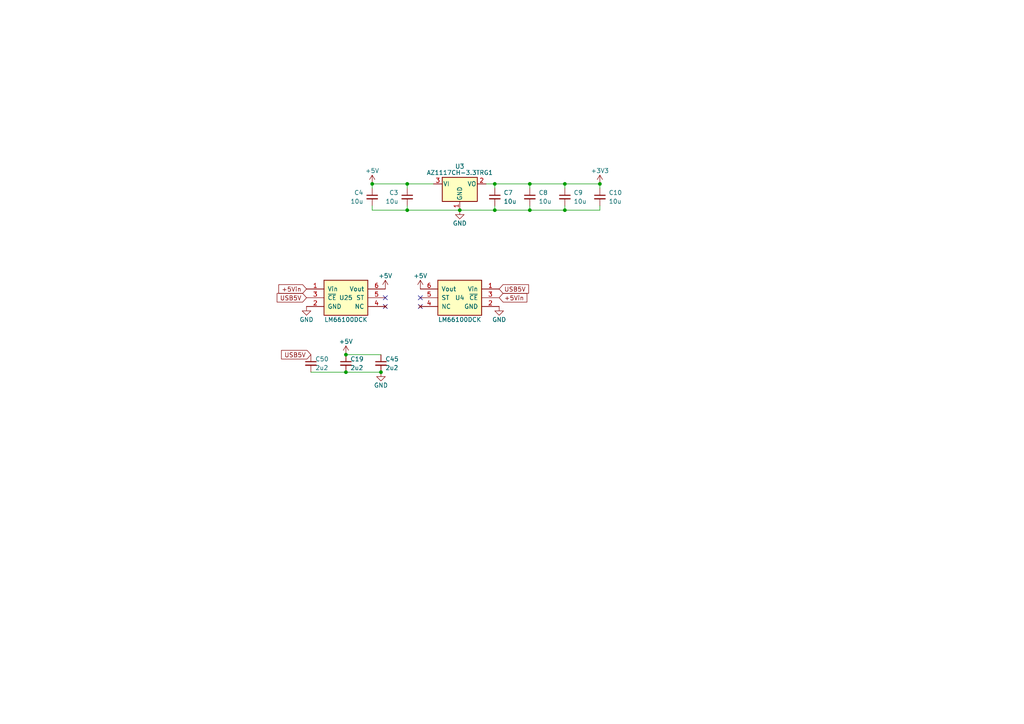
<source format=kicad_sch>
(kicad_sch (version 20231120) (generator "eeschema") (generator_version "8.0")
  (paper "A4")
  (title_block (title "WarpSE (GW4410A)") (date "2024-04-23") (rev "1.0") (company "Garrett's Workshop"))
  (lib_symbols
    (symbol "Device:C_Small" (pin_numbers hide) (pin_names (offset 0.254) hide)
      (property "Reference" "C" (at 0.254 1.778 0))
      (property "Value" "C_Small" (at 0.254 -2.032 0))
      (symbol "C_Small_0_1"
        (polyline (pts (xy -1.524 -0.508) (xy 1.524 -0.508)) (stroke (width 0.3302)))
        (polyline (pts (xy -1.524 0.508) (xy 1.524 0.508)) (stroke (width 0.3048)))
      )
      (symbol "C_Small_1_1"
        (pin passive line (at 0 2.54 270) (length 2.032) (name "~") (number "1"))
        (pin passive line (at 0 -2.54 90) (length 2.032) (name "~") (number "2"))
      )
    )
    (symbol "GW_Power:LM66100DCK" (pin_names (offset 1.016))
      (property "Reference" "U" (at 0 6.35 0))
      (property "Value" "LM66100DCK" (at 0 -6.35 0))
      (property "Footprint" "stdpads:SOT-353" (at 0 -7.62 0))
      (symbol "LM66100DCK_0_1"
        (rectangle (start -6.35 5.08) (end 6.35 -5.08) (stroke (width 0.254)) (fill (type background)))
      )
      (symbol "LM66100DCK_1_1"
        (pin power_in line (at -11.43 2.54 0) (length 5.08) (name "Vin") (number "1"))
        (pin power_in line (at -11.43 -2.54 0) (length 5.08) (name "GND") (number "2"))
        (pin input line (at -11.43 0 0) (length 5.08) (name "~{CE}") (number "3"))
        (pin no_connect line (at 11.43 -2.54 180) (length 5.08) (name "NC") (number "4"))
        (pin output line (at 11.43 0 180) (length 5.08) (name "ST") (number "5"))
        (pin power_out line (at 11.43 2.54 180) (length 5.08) (name "Vout") (number "6"))
      )
    )
    (symbol "Regulator_Linear:AP1117-33" (pin_names (offset 0.254))
      (property "Reference" "U" (at -3.81 3.175 0))
      (property "Value" "AP1117-33" (at 0 3.175 0))
      (symbol "AP1117-33_0_1"
        (rectangle (start -5.08 -5.08) (end 5.08 1.905) (stroke (width 0.254)) (fill (type background)))
      )
      (symbol "AP1117-33_1_1"
        (pin power_in line (at 0 -7.62 90) (length 2.54) (name "GND") (number "1"))
        (pin power_out line (at 7.62 0 180) (length 2.54) (name "VO") (number "2"))
        (pin power_in line (at -7.62 0 0) (length 2.54) (name "VI") (number "3"))
      )
    )
    (symbol "power:+3V3" (power) (pin_names (offset 0))
      (property "Value" "+3V3" (at 0 3.556 0))
      (symbol "+3V3_0_1"
        (polyline (pts (xy -0.762 1.27) (xy 0 2.54)))
        (polyline (pts (xy 0 0) (xy 0 2.54)))
        (polyline (pts (xy 0 2.54) (xy 0.762 1.27)))
      )
      (symbol "+3V3_1_1"
        (pin power_in line (at 0 0 90) (length 0) hide (name "+3V3") (number "1"))
      )
    )
    (symbol "power:+5V" (power) (pin_names (offset 0))
      (property "Value" "+5V" (at 0 3.556 0))
      (symbol "+5V_0_1"
        (polyline (pts (xy -0.762 1.27) (xy 0 2.54)))
        (polyline (pts (xy 0 0) (xy 0 2.54)))
        (polyline (pts (xy 0 2.54) (xy 0.762 1.27)))
      )
      (symbol "+5V_1_1"
        (pin power_in line (at 0 0 90) (length 0) hide (name "+5V") (number "1"))
      )
    )
    (symbol "power:GND" (power) (pin_names (offset 0))
      (property "Value" "GND" (at 0 -3.81 0))
      (symbol "GND_0_1"
        (polyline (pts (xy 0 0) (xy 0 -1.27) (xy 1.27 -1.27) (xy 0 -2.54) (xy -1.27 -1.27) (xy 0 -1.27)))
      )
      (symbol "GND_1_1"
        (pin power_in line (at 0 0 270) (length 0) hide (name "GND") (number "1"))
      )
    )
  )
  (junction (at 100.33 102.87))
  (junction (at 153.67 60.96))
  (junction (at 133.35 60.96))
  (junction (at 163.83 60.96))
  (junction (at 118.11 60.96))
  (junction (at 153.67 53.34))
  (junction (at 100.33 107.95))
  (junction (at 143.51 53.34))
  (junction (at 107.95 53.34))
  (junction (at 118.11 53.34))
  (junction (at 173.99 53.34))
  (junction (at 163.83 53.34))
  (junction (at 143.51 60.96))
  (junction (at 110.49 107.95))
  (no_connect (at 121.92 88.9))
  (no_connect (at 111.76 86.36))
  (no_connect (at 121.92 86.36))
  (no_connect (at 111.76 88.9))
  (wire (pts (xy 163.83 53.34) (xy 173.99 53.34)))
  (wire (pts (xy 163.83 60.96) (xy 153.67 60.96)))
  (wire (pts (xy 133.35 60.96) (xy 143.51 60.96)))
  (wire (pts (xy 153.67 53.34) (xy 163.83 53.34)))
  (wire (pts (xy 118.11 53.34) (xy 107.95 53.34)))
  (wire (pts (xy 118.11 53.34) (xy 125.73 53.34)))
  (wire (pts (xy 107.95 60.96) (xy 118.11 60.96)))
  (wire (pts (xy 118.11 59.69) (xy 118.11 60.96)))
  (wire (pts (xy 107.95 53.34) (xy 107.95 54.61)))
  (wire (pts (xy 153.67 59.69) (xy 153.67 60.96)))
  (wire (pts (xy 163.83 59.69) (xy 163.83 60.96)))
  (wire (pts (xy 163.83 53.34) (xy 163.83 54.61)))
  (wire (pts (xy 153.67 53.34) (xy 153.67 54.61)))
  (wire (pts (xy 107.95 59.69) (xy 107.95 60.96)))
  (wire (pts (xy 143.51 60.96) (xy 143.51 59.69)))
  (wire (pts (xy 173.99 59.69) (xy 173.99 60.96)))
  (wire (pts (xy 140.97 53.34) (xy 143.51 53.34)))
  (wire (pts (xy 173.99 53.34) (xy 173.99 54.61)))
  (wire (pts (xy 118.11 60.96) (xy 133.35 60.96)))
  (wire (pts (xy 100.33 102.87) (xy 110.49 102.87)))
  (wire (pts (xy 143.51 53.34) (xy 143.51 54.61)))
  (wire (pts (xy 118.11 53.34) (xy 118.11 54.61)))
  (wire (pts (xy 153.67 60.96) (xy 143.51 60.96)))
  (wire (pts (xy 143.51 53.34) (xy 153.67 53.34)))
  (wire (pts (xy 173.99 60.96) (xy 163.83 60.96)))
  (wire (pts (xy 100.33 107.95) (xy 110.49 107.95)))
  (wire (pts (xy 90.17 107.95) (xy 100.33 107.95)))
  (global_label "+5Vin" (shape input) (at 88.9 83.82 180) (property "Intersheetrefs" "${INTERSHEET_REFS}" (effects (hide yes))))
  (global_label "USB5V" (shape input) (at 144.78 83.82 0) (property "Intersheetrefs" "${INTERSHEET_REFS}" (effects (hide yes))))
  (global_label "USB5V" (shape input) (at 88.9 86.36 180) (property "Intersheetrefs" "${INTERSHEET_REFS}" (effects (hide yes))))
  (global_label "+5Vin" (shape input) (at 144.78 86.36 0) (property "Intersheetrefs" "${INTERSHEET_REFS}" (effects (hide yes))))
  (global_label "USB5V" (shape input) (at 90.17 102.87 180) (property "Intersheetrefs" "${INTERSHEET_REFS}" (effects (hide yes))))
  (symbol (lib_id "Regulator_Linear:AP1117-33") (at 133.35 53.34 0) (unit 1)
    (property "Reference" "U3" (at 133.35 48.26 0))
    (property "Value" "AZ1117CH-3.3TRG1" (at 133.35 50.8 0) (effects (justify bottom)))
    (property "Footprint" "stdpads:SOT-223" (effects (hide yes)))
    (property "LCSC Part" "C92102" (effects (hide yes)))
  )
  (symbol (lib_id "power:+5V") (at 107.95 53.34 0) (unit 1)
    (property "Reference" "#PWR0129" (effects (hide yes)))
    (property "Value" "+5V" (at 107.95 49.53 0))
  )
  (symbol (lib_id "power:GND") (at 133.35 60.96 0) (unit 1)
    (property "Reference" "#PWR0130" (effects (hide yes)))
    (property "Value" "GND" (at 133.35 64.77 0))
  )
  (symbol (lib_id "Device:C_Small") (at 118.11 57.15 0) (unit 1)
    (property "Reference" "C3" (at 115.57 55.88 0) (effects (justify right)))
    (property "Value" "10u" (at 115.57 58.42 0) (effects (justify right)))
    (property "Footprint" "stdpads:C_0805" (effects (hide yes)))
    (property "LCSC Part" "C15850" (effects (hide yes)))
  )
  (symbol (lib_id "Device:C_Small") (at 143.51 57.15 0) (mirror y) (unit 1)
    (property "Reference" "C7" (at 146.05 55.88 0) (effects (justify right)))
    (property "Value" "10u" (at 146.05 58.42 0) (effects (justify right)))
    (property "Footprint" "stdpads:C_0805" (effects (hide yes)))
    (property "LCSC Part" "C15850" (effects (hide yes)))
  )
  (symbol (lib_id "Device:C_Small") (at 153.67 57.15 0) (mirror y) (unit 1)
    (property "Reference" "C8" (at 156.21 55.88 0) (effects (justify right)))
    (property "Value" "10u" (at 156.21 58.42 0) (effects (justify right)))
    (property "Footprint" "stdpads:C_0805" (effects (hide yes)))
    (property "LCSC Part" "C15850" (effects (hide yes)))
  )
  (symbol (lib_id "Device:C_Small") (at 163.83 57.15 0) (mirror y) (unit 1)
    (property "Reference" "C9" (at 166.37 55.88 0) (effects (justify right)))
    (property "Value" "10u" (at 166.37 58.42 0) (effects (justify right)))
    (property "Footprint" "stdpads:C_0805" (effects (hide yes)))
    (property "LCSC Part" "C15850" (effects (hide yes)))
  )
  (symbol (lib_id "power:GND") (at 88.9 88.9 0) (unit 1)
    (property "Reference" "#PWR030" (effects (hide yes)))
    (property "Value" "GND" (at 88.9 92.71 0))
  )
  (symbol (lib_id "power:GND") (at 110.49 107.95 0) (mirror y) (unit 1)
    (property "Reference" "#PWR033" (effects (hide yes)))
    (property "Value" "GND" (at 110.49 111.76 0))
  )
  (symbol (lib_id "GW_Power:LM66100DCK") (at 100.33 86.36 0) (unit 1)
    (property "Reference" "U25" (at 100.33 86.36 0))
    (property "Value" "LM66100DCK" (at 100.33 92.71 0))
    (property "Footprint" "stdpads:SOT-363" (effects (hide yes)))
  )
  (symbol (lib_id "power:+5V") (at 111.76 83.82 0) (unit 1)
    (property "Reference" "#PWR029" (effects (hide yes)))
    (property "Value" "+5V" (at 111.76 80.01 0))
  )
  (symbol (lib_id "power:+3V3") (at 173.99 53.34 0) (unit 1)
    (property "Reference" "#PWR025" (effects (hide yes)))
    (property "Value" "+3V3" (at 173.99 49.53 0))
  )
  (symbol (lib_id "power:GND") (at 144.78 88.9 0) (mirror y) (unit 1)
    (property "Reference" "#PWR032" (effects (hide yes)))
    (property "Value" "GND" (at 144.78 92.71 0))
  )
  (symbol (lib_id "Device:C_Small") (at 110.49 105.41 0) (unit 1)
    (property "Reference" "C45" (at 111.76 104.14 0) (effects (justify left)))
    (property "Value" "2u2" (at 111.76 106.68 0) (effects (justify left)))
    (property "Footprint" "stdpads:C_0603" (effects (hide yes)))
    (property "LCSC Part" "C23630" (effects (hide yes)))
  )
  (symbol (lib_id "Device:C_Small") (at 107.95 57.15 0) (unit 1)
    (property "Reference" "C4" (at 105.41 55.88 0) (effects (justify right)))
    (property "Value" "10u" (at 105.41 58.42 0) (effects (justify right)))
    (property "Footprint" "stdpads:C_0805" (effects (hide yes)))
    (property "LCSC Part" "C15850" (effects (hide yes)))
  )
  (symbol (lib_id "GW_Power:LM66100DCK") (at 133.35 86.36 0) (mirror y) (unit 1)
    (property "Reference" "U4" (at 133.35 86.36 0))
    (property "Value" "LM66100DCK" (at 133.35 92.71 0))
    (property "Footprint" "stdpads:SOT-363" (effects (hide yes)))
  )
  (symbol (lib_id "Device:C_Small") (at 173.99 57.15 0) (mirror y) (unit 1)
    (property "Reference" "C10" (at 176.53 55.88 0) (effects (justify right)))
    (property "Value" "10u" (at 176.53 58.42 0) (effects (justify right)))
    (property "Footprint" "stdpads:C_0805" (effects (hide yes)))
    (property "LCSC Part" "C15850" (effects (hide yes)))
  )
  (symbol (lib_id "power:+5V") (at 100.33 102.87 0) (unit 1)
    (property "Reference" "#PWR034" (effects (hide yes)))
    (property "Value" "+5V" (at 100.33 99.06 0))
  )
  (symbol (lib_id "Device:C_Small") (at 90.17 105.41 0) (unit 1)
    (property "Reference" "C50" (at 91.44 104.14 0) (effects (justify left)))
    (property "Value" "2u2" (at 91.44 106.68 0) (effects (justify left)))
    (property "Footprint" "stdpads:C_0603" (effects (hide yes)))
    (property "LCSC Part" "C23630" (effects (hide yes)))
  )
  (symbol (lib_id "Device:C_Small") (at 100.33 105.41 0) (unit 1)
    (property "Reference" "C19" (at 101.6 104.14 0) (effects (justify left)))
    (property "Value" "2u2" (at 101.6 106.68 0) (effects (justify left)))
    (property "Footprint" "stdpads:C_0603" (effects (hide yes)))
    (property "LCSC Part" "C23630" (effects (hide yes)))
  )
  (symbol (lib_id "power:+5V") (at 121.92 83.82 0) (unit 1)
    (property "Reference" "#PWR031" (effects (hide yes)))
    (property "Value" "+5V" (at 121.92 80.01 0))
  )
)
</source>
